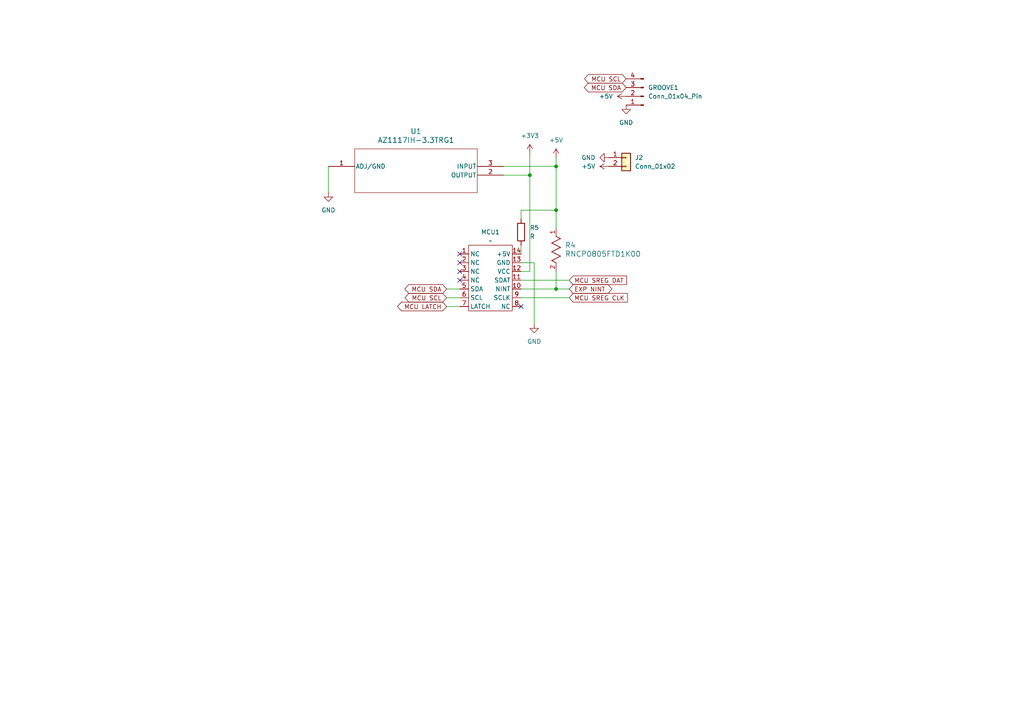
<source format=kicad_sch>
(kicad_sch (version 20231120) (generator "eeschema") (generator_version "8.0")
  (paper "A4")
  (lib_symbols
    (symbol "AZ1117IH-3.3TRG1:AZ1117IH-3.3TRG1" (pin_names (offset 0.254))
      (property "Reference" "U" (at 25.4 10.16 0))
      (property "Value" "AZ1117IH-3.3TRG1" (at 25.4 7.62 0))
      (symbol "AZ1117IH-3.3TRG1_1_1"
        (polyline (pts (xy 7.62 -7.62) (xy 43.18 -7.62)) (stroke (width 0.127)))
        (polyline (pts (xy 7.62 5.08) (xy 7.62 -7.62)) (stroke (width 0.127)))
        (polyline (pts (xy 43.18 -7.62) (xy 43.18 5.08)) (stroke (width 0.127)))
        (polyline (pts (xy 43.18 5.08) (xy 7.62 5.08)) (stroke (width 0.127)))
        (pin power_out line (at 0 0 0) (length 7.62) (name "ADJ/GND") (number "1"))
        (pin output line (at 50.8 -2.54 180) (length 7.62) (name "OUTPUT") (number "2"))
        (pin unspecified line (at 50.8 0 180) (length 7.62) (name "INPUT") (number "3"))
      )
    )
    (symbol "Connector:Conn_01x04_Pin" (pin_names (offset 1.016) hide)
      (property "Reference" "J" (at 0 5.08 0))
      (property "Value" "Conn_01x04_Pin" (at 0 -7.62 0))
      (symbol "Conn_01x04_Pin_1_1"
        (polyline (pts (xy 1.27 -5.08) (xy 0.8636 -5.08)) (stroke (width 0.1524)))
        (polyline (pts (xy 1.27 -2.54) (xy 0.8636 -2.54)) (stroke (width 0.1524)))
        (polyline (pts (xy 1.27 0) (xy 0.8636 0)) (stroke (width 0.1524)))
        (polyline (pts (xy 1.27 2.54) (xy 0.8636 2.54)) (stroke (width 0.1524)))
        (rectangle (start 0.8636 -4.953) (end 0 -5.207) (stroke (width 0.1524)) (fill (type outline)))
        (rectangle (start 0.8636 -2.413) (end 0 -2.667) (stroke (width 0.1524)) (fill (type outline)))
        (rectangle (start 0.8636 0.127) (end 0 -0.127) (stroke (width 0.1524)) (fill (type outline)))
        (rectangle (start 0.8636 2.667) (end 0 2.413) (stroke (width 0.1524)) (fill (type outline)))
        (pin passive line (at 5.08 2.54 180) (length 3.81) (name "Pin_1") (number "1"))
        (pin passive line (at 5.08 0 180) (length 3.81) (name "Pin_2") (number "2"))
        (pin passive line (at 5.08 -2.54 180) (length 3.81) (name "Pin_3") (number "3"))
        (pin passive line (at 5.08 -5.08 180) (length 3.81) (name "Pin_4") (number "4"))
      )
    )
    (symbol "Connector_Generic:Conn_01x02" (pin_names (offset 1.016) hide)
      (property "Reference" "J" (at 0 2.54 0))
      (property "Value" "Conn_01x02" (at 0 -5.08 0))
      (symbol "Conn_01x02_1_1"
        (rectangle (start -1.27 -2.413) (end 0 -2.667) (stroke (width 0.1524)))
        (rectangle (start -1.27 0.127) (end 0 -0.127) (stroke (width 0.1524)))
        (rectangle (start -1.27 1.27) (end 1.27 -3.81) (stroke (width 0.254)) (fill (type background)))
        (pin passive line (at -5.08 0 0) (length 3.81) (name "Pin_1") (number "1"))
        (pin passive line (at -5.08 -2.54 0) (length 3.81) (name "Pin_2") (number "2"))
      )
    )
    (symbol "Device:R" (pin_numbers hide) (pin_names (offset 0))
      (property "Reference" "R" (at 2.032 0 90))
      (property "Value" "R" (at 0 0 90))
      (symbol "R_0_1"
        (rectangle (start -1.016 -2.54) (end 1.016 2.54) (stroke (width 0.254)))
      )
      (symbol "R_1_1"
        (pin passive line (at 0 3.81 270) (length 1.27) (name "~") (number "1"))
        (pin passive line (at 0 -3.81 90) (length 1.27) (name "~") (number "2"))
      )
    )
    (symbol "RNCP0805FTD1K00:RNCP0805FTD1K00" (pin_names (offset 0.254))
      (property "Reference" "R" (at 5.715 3.81 0))
      (property "Value" "RNCP0805FTD1K00" (at 6.35 -3.81 0))
      (symbol "RNCP0805FTD1K00_1_1"
        (polyline (pts (xy 2.54 0) (xy 3.175 1.27)) (stroke (width 0.2032)))
        (polyline (pts (xy 3.175 1.27) (xy 4.445 -1.27)) (stroke (width 0.2032)))
        (polyline (pts (xy 4.445 -1.27) (xy 5.715 1.27)) (stroke (width 0.2032)))
        (polyline (pts (xy 5.715 1.27) (xy 6.985 -1.27)) (stroke (width 0.2032)))
        (polyline (pts (xy 6.985 -1.27) (xy 8.255 1.27)) (stroke (width 0.2032)))
        (polyline (pts (xy 8.255 1.27) (xy 9.525 -1.27)) (stroke (width 0.2032)))
        (polyline (pts (xy 9.525 -1.27) (xy 10.16 0)) (stroke (width 0.2032)))
        (pin unspecified line (at 0 0 0) (length 2.54) (name "") (number "1"))
        (pin unspecified line (at 12.7 0 180) (length 2.54) (name "") (number "2"))
      )
    )
    (symbol "power:+3V3" (power) (pin_numbers hide) (pin_names (offset 0) hide)
      (property "Value" "+3V3" (at 0 3.556 0))
      (symbol "+3V3_0_1"
        (polyline (pts (xy -0.762 1.27) (xy 0 2.54)))
        (polyline (pts (xy 0 0) (xy 0 2.54)))
        (polyline (pts (xy 0 2.54) (xy 0.762 1.27)))
      )
      (symbol "+3V3_1_1"
        (pin power_in line (at 0 0 90) (length 0) (name "~") (number "1"))
      )
    )
    (symbol "power:+5V" (power) (pin_numbers hide) (pin_names (offset 0) hide)
      (property "Value" "+5V" (at 0 3.556 0))
      (symbol "+5V_0_1"
        (polyline (pts (xy -0.762 1.27) (xy 0 2.54)))
        (polyline (pts (xy 0 0) (xy 0 2.54)))
        (polyline (pts (xy 0 2.54) (xy 0.762 1.27)))
      )
      (symbol "+5V_1_1"
        (pin power_in line (at 0 0 90) (length 0) (name "~") (number "1"))
      )
    )
    (symbol "power:GND" (power) (pin_numbers hide) (pin_names (offset 0) hide)
      (property "Value" "GND" (at 0 -3.81 0))
      (symbol "GND_0_1"
        (polyline (pts (xy 0 0) (xy 0 -1.27) (xy 1.27 -1.27) (xy 0 -2.54) (xy -1.27 -1.27) (xy 0 -1.27)))
      )
      (symbol "GND_1_1"
        (pin power_in line (at 0 0 270) (length 0) (name "~") (number "1"))
      )
    )
    (symbol "sienikomponentit:Sieni_MCU"
      (property "Reference" "MCU" (at 0 0 0))
      (symbol "Sieni_MCU_0_1"
        (rectangle (start -6.35 -1.27) (end 6.35 -20.32))
      )
      (symbol "Sieni_MCU_1_1"
        (pin bidirectional line (at -8.89 -3.81 0) (length 2.54) (name "NC") (number "1"))
        (pin bidirectional line (at 8.89 -13.97 180) (length 2.54) (name "NINT") (number "10"))
        (pin bidirectional line (at 8.89 -11.43 180) (length 2.54) (name "SDAT") (number "11"))
        (pin power_in line (at 8.89 -8.89 180) (length 2.54) (name "VCC") (number "12"))
        (pin power_in line (at 8.89 -6.35 180) (length 2.54) (name "GND") (number "13"))
        (pin power_in line (at 8.89 -3.81 180) (length 2.54) (name "+5V") (number "14"))
        (pin bidirectional line (at -8.89 -6.35 0) (length 2.54) (name "NC") (number "2"))
        (pin bidirectional line (at -8.89 -8.89 0) (length 2.54) (name "NC") (number "3"))
        (pin bidirectional line (at -8.89 -11.43 0) (length 2.54) (name "NC") (number "4"))
        (pin bidirectional line (at -8.89 -13.97 0) (length 2.54) (name "SDA") (number "5"))
        (pin bidirectional line (at -8.89 -16.51 0) (length 2.54) (name "SCL") (number "6"))
        (pin bidirectional line (at -8.89 -19.05 0) (length 2.54) (name "LATCH") (number "7"))
        (pin bidirectional line (at 8.89 -19.05 180) (length 2.54) (name "NC") (number "8"))
        (pin bidirectional line (at 8.89 -16.51 180) (length 2.54) (name "SCLK") (number "9"))
      )
    )
  )
  (junction (at 161.29 83.82))
  (junction (at 161.29 60.96))
  (junction (at 161.29 48.26))
  (junction (at 153.67 50.8))
  (no_connect (at 133.35 81.28))
  (no_connect (at 133.35 73.66))
  (no_connect (at 151.13 88.9))
  (no_connect (at 133.35 78.74))
  (no_connect (at 133.35 76.2))
  (wire (pts (xy 129.54 88.9) (xy 133.35 88.9)))
  (wire (pts (xy 129.54 86.36) (xy 133.35 86.36)))
  (wire (pts (xy 151.13 81.28) (xy 165.1 81.28)))
  (wire (pts (xy 95.25 55.88) (xy 95.25 48.26)))
  (wire (pts (xy 151.13 86.36) (xy 165.1 86.36)))
  (wire (pts (xy 161.29 48.26) (xy 161.29 60.96)))
  (wire (pts (xy 151.13 76.2) (xy 154.94 76.2)))
  (wire (pts (xy 161.29 66.04) (xy 161.29 60.96)))
  (wire (pts (xy 151.13 83.82) (xy 161.29 83.82)))
  (wire (pts (xy 161.29 83.82) (xy 165.1 83.82)))
  (wire (pts (xy 146.05 48.26) (xy 161.29 48.26)))
  (wire (pts (xy 146.05 50.8) (xy 153.67 50.8)))
  (wire (pts (xy 161.29 78.74) (xy 161.29 83.82)))
  (wire (pts (xy 154.94 76.2) (xy 154.94 93.98)))
  (wire (pts (xy 151.13 71.12) (xy 151.13 73.66)))
  (wire (pts (xy 161.29 45.72) (xy 161.29 48.26)))
  (wire (pts (xy 129.54 83.82) (xy 133.35 83.82)))
  (wire (pts (xy 151.13 60.96) (xy 151.13 63.5)))
  (wire (pts (xy 153.67 44.45) (xy 153.67 50.8)))
  (wire (pts (xy 153.67 50.8) (xy 153.67 78.74)))
  (wire (pts (xy 151.13 78.74) (xy 153.67 78.74)))
  (wire (pts (xy 151.13 60.96) (xy 161.29 60.96)))
  (global_label "EXP NINT" (shape bidirectional) (at 165.1 83.82 0) (property "Intersheetrefs" "${INTERSHEET_REFS}" (effects (hide yes))))
  (global_label "MCU SREG DAT" (shape input) (at 165.1 81.28 0) (property "Intersheetrefs" "${INTERSHEET_REFS}" (effects (hide yes))))
  (global_label "MCU SCL" (shape bidirectional) (at 129.54 86.36 180) (property "Intersheetrefs" "${INTERSHEET_REFS}" (effects (hide yes))))
  (global_label "MCU SDA" (shape bidirectional) (at 129.54 83.82 180) (property "Intersheetrefs" "${INTERSHEET_REFS}" (effects (hide yes))))
  (global_label "MCU SCL" (shape bidirectional) (at 181.61 22.86 180) (property "Intersheetrefs" "${INTERSHEET_REFS}" (effects (hide yes))))
  (global_label "MCU LATCH" (shape bidirectional) (at 129.54 88.9 180) (property "Intersheetrefs" "${INTERSHEET_REFS}" (effects (hide yes))))
  (global_label "MCU SREG CLK" (shape input) (at 165.1 86.36 0) (property "Intersheetrefs" "${INTERSHEET_REFS}" (effects (hide yes))))
  (global_label "MCU SDA" (shape bidirectional) (at 181.61 25.4 180) (property "Intersheetrefs" "${INTERSHEET_REFS}" (effects (hide yes))))
  (symbol (lib_id "Connector_Generic:Conn_01x02") (at 181.61 45.72 0) (unit 1)
    (property "Reference" "J2" (at 184.15 45.7199 0) (effects (justify left)))
    (property "Value" "Conn_01x02" (at 184.15 48.2599 0) (effects (justify left)))
    (property "Footprint" "Connector_PinHeader_2.54mm:PinHeader_1x02_P2.54mm_Vertical" (effects (hide yes)))
    (property "Description" "Generic connector, single row, 01x02, script generated (kicad-library-utils/schlib/autogen/connector/)" (effects (hide yes)))
  )
  (symbol (lib_id "AZ1117IH-3.3TRG1:AZ1117IH-3.3TRG1") (at 95.25 48.26 0) (unit 1)
    (property "Reference" "U1" (at 120.65 38.1 0) (effects (font (size 1.524 1.524))))
    (property "Value" "AZ1117IH-3.3TRG1" (at 120.65 40.64 0) (effects (font (size 1.524 1.524))))
    (property "Footprint" "SOT223_AZ1117I_6P5X3P5_DIO" (effects (hide yes)))
    (property "Datasheet" "AZ1117IH-3.3TRG1" (effects (hide yes)))
  )
  (symbol (lib_id "power:GND") (at 181.61 30.48 0) (unit 1)
    (property "Reference" "#PWR016" (effects (hide yes)))
    (property "Value" "GND" (at 181.61 35.56 0))
    (property "Description" "Power symbol creates a global label with name \"GND\" , ground" (effects (hide yes)))
  )
  (symbol (lib_id "Connector:Conn_01x04_Pin") (at 186.69 27.94 180) (unit 1)
    (property "Reference" "GROOVE1" (at 187.96 25.3999 0) (effects (justify right)))
    (property "Value" "Conn_01x04_Pin" (at 187.96 27.9399 0) (effects (justify right)))
    (property "Footprint" "Connector_PinHeader_2.00mm:PinHeader_1x04_P2.00mm_Vertical" (effects (hide yes)))
    (property "Description" "Generic connector, single row, 01x04, script generated" (effects (hide yes)))
  )
  (symbol (lib_id "power:GND") (at 95.25 55.88 0) (unit 1)
    (property "Reference" "#PWR011" (effects (hide yes)))
    (property "Value" "GND" (at 95.25 60.96 0))
    (property "Description" "Power symbol creates a global label with name \"GND\" , ground" (effects (hide yes)))
  )
  (symbol (lib_id "power:+3V3") (at 153.67 44.45 0) (unit 1)
    (property "Reference" "#PWR010" (effects (hide yes)))
    (property "Value" "+3V3" (at 153.67 39.37 0))
    (property "Description" "Power symbol creates a global label with name \"+3V3\"" (effects (hide yes)))
  )
  (symbol (lib_id "power:+5V") (at 176.53 48.26 90) (unit 1)
    (property "Reference" "#PWR014" (effects (hide yes)))
    (property "Value" "+5V" (at 172.72 48.2599 90) (effects (justify left)))
    (property "Description" "Power symbol creates a global label with name \"+5V\"" (effects (hide yes)))
  )
  (symbol (lib_id "sienikomponentit:Sieni_MCU") (at 142.24 69.85 0) (unit 1)
    (property "Reference" "MCU1" (at 142.24 67.31 0))
    (property "Value" "~" (at 142.24 69.85 0))
    (property "Footprint" "sienikomponentit:MCU 14" (effects (hide yes)))
  )
  (symbol (lib_id "power:+5V") (at 181.61 27.94 90) (unit 1)
    (property "Reference" "#PWR017" (effects (hide yes)))
    (property "Value" "+5V" (at 177.8 27.9399 90) (effects (justify left)))
    (property "Description" "Power symbol creates a global label with name \"+5V\"" (effects (hide yes)))
  )
  (symbol (lib_id "Device:R") (at 151.13 67.31 0) (unit 1)
    (property "Reference" "R5" (at 153.67 66.0399 0) (effects (justify left)))
    (property "Value" "R" (at 153.67 68.5799 0) (effects (justify left)))
    (property "Footprint" "Resistor_SMD:R_0805_2012Metric_Pad1.20x1.40mm_HandSolder" (effects (hide yes)))
    (property "Description" "Resistor" (effects (hide yes)))
  )
  (symbol (lib_id "power:GND") (at 154.94 93.98 0) (unit 1)
    (property "Reference" "#PWR09" (effects (hide yes)))
    (property "Value" "GND" (at 154.94 99.06 0))
    (property "Description" "Power symbol creates a global label with name \"GND\" , ground" (effects (hide yes)))
  )
  (symbol (lib_id "power:GND") (at 176.53 45.72 270) (unit 1)
    (property "Reference" "#PWR013" (effects (hide yes)))
    (property "Value" "GND" (at 172.72 45.7199 90) (effects (justify right)))
    (property "Description" "Power symbol creates a global label with name \"GND\" , ground" (effects (hide yes)))
  )
  (symbol (lib_id "RNCP0805FTD1K00:RNCP0805FTD1K00") (at 161.29 66.04 270) (unit 1)
    (property "Reference" "R4" (at 163.83 71.1199 90) (effects (font (size 1.524 1.524)) (justify left)))
    (property "Value" "RNCP0805FTD1K00" (at 163.83 73.6599 90) (effects (font (size 1.524 1.524)) (justify left)))
    (property "Footprint" "STA_RNCP0805_STP" (effects (hide yes)))
    (property "Datasheet" "RNCP0805FTD1K00" (effects (hide yes)))
  )
  (symbol (lib_id "power:+5V") (at 161.29 45.72 0) (unit 1)
    (property "Reference" "#PWR08" (effects (hide yes)))
    (property "Value" "+5V" (at 161.29 40.64 0))
    (property "Description" "Power symbol creates a global label with name \"+5V\"" (effects (hide yes)))
  )
  (sheet (at 308.61 57.15) (size 40.64 41.91) (stroke (width 0.1524))
    (property "Sheetname" "Valot" (at 308.61 56.4384 0) (effects (justify left bottom)))
    (property "Sheetfile" "valot.kicad_sch" (at 308.61 99.6446 0) (effects (justify left top)))
  )
  (sheet (at 309.88 0) (size 38.1 39.37) (stroke (width 0.1524))
    (property "Sheetname" "Napit" (at 309.88 -0.7116 0) (effects (justify left bottom)))
    (property "Sheetfile" "napit.kicad_sch" (at 309.88 39.9546 0) (effects (justify left top)))
  )
)
</source>
